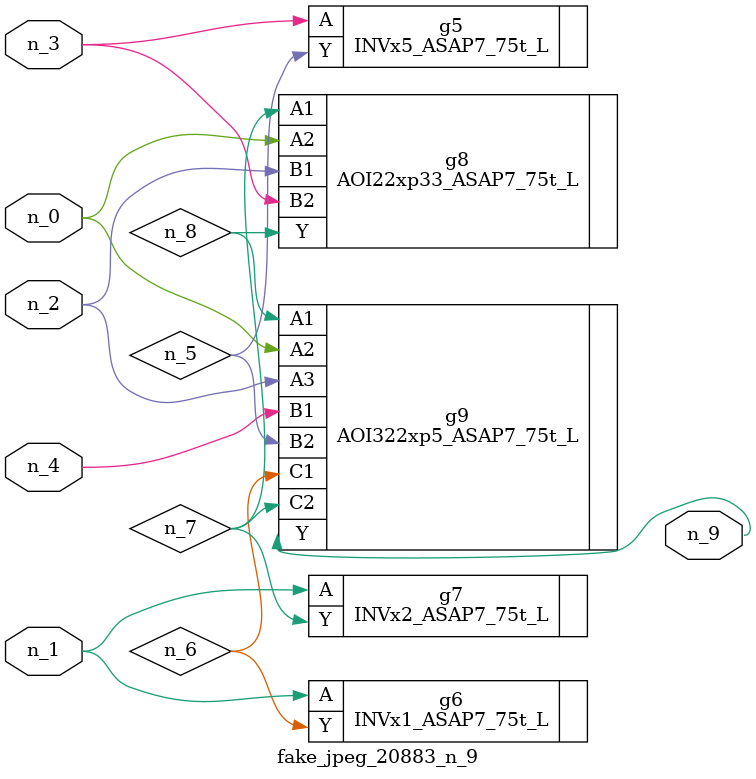
<source format=v>
module fake_jpeg_20883_n_9 (n_3, n_2, n_1, n_0, n_4, n_9);

input n_3;
input n_2;
input n_1;
input n_0;
input n_4;

output n_9;

wire n_8;
wire n_6;
wire n_5;
wire n_7;

INVx5_ASAP7_75t_L g5 ( 
.A(n_3),
.Y(n_5)
);

INVx1_ASAP7_75t_L g6 ( 
.A(n_1),
.Y(n_6)
);

INVx2_ASAP7_75t_L g7 ( 
.A(n_1),
.Y(n_7)
);

AOI22xp33_ASAP7_75t_L g8 ( 
.A1(n_7),
.A2(n_0),
.B1(n_2),
.B2(n_3),
.Y(n_8)
);

AOI322xp5_ASAP7_75t_L g9 ( 
.A1(n_8),
.A2(n_0),
.A3(n_2),
.B1(n_4),
.B2(n_5),
.C1(n_6),
.C2(n_7),
.Y(n_9)
);


endmodule
</source>
